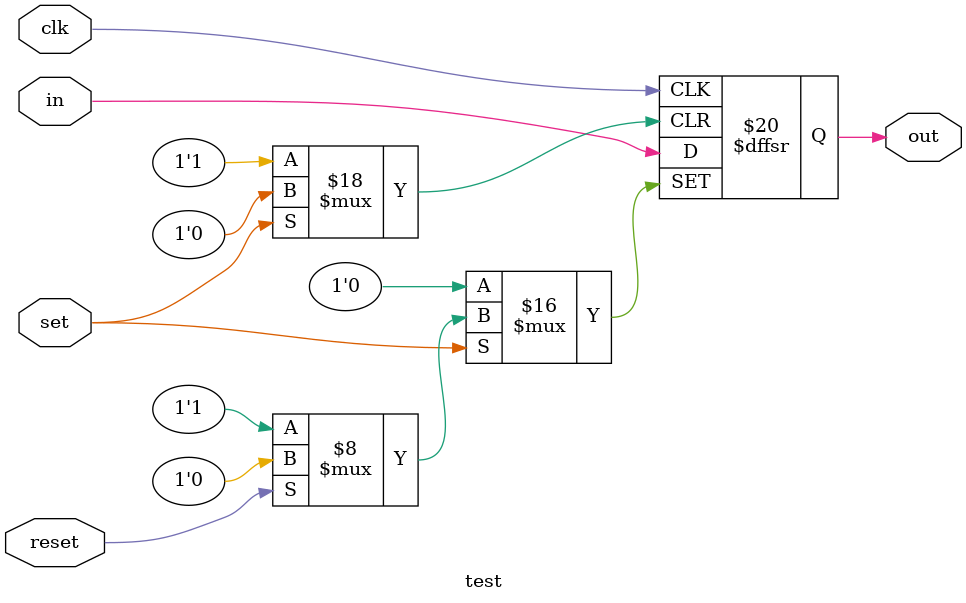
<source format=v>
module test(input  in,  input clk,  reset, set, output reg out);
always @(posedge clk, negedge reset, negedge set)
    if(!set) out <= 1'b0;
	else if(!reset) out <= 1'b1;
	else out <= in;
endmodule	

</source>
